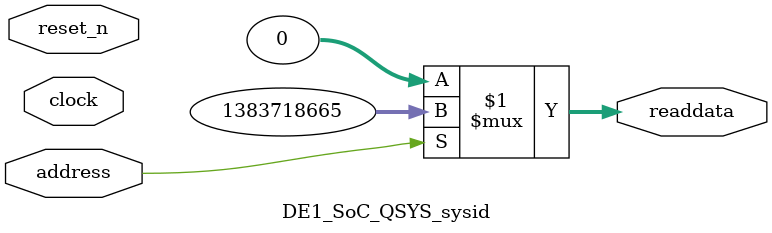
<source format=v>

`timescale 1ns / 1ps
// synthesis translate_on

// turn off superfluous verilog processor warnings 
// altera message_level Level1 
// altera message_off 10034 10035 10036 10037 10230 10240 10030 

module DE1_SoC_QSYS_sysid (
               // inputs:
                address,
                clock,
                reset_n,

               // outputs:
                readdata
             )
;

  output  [ 31: 0] readdata;
  input            address;
  input            clock;
  input            reset_n;

  wire    [ 31: 0] readdata;
  //control_slave, which is an e_avalon_slave
  assign readdata = address ? 1383718665 : 0;

endmodule




</source>
